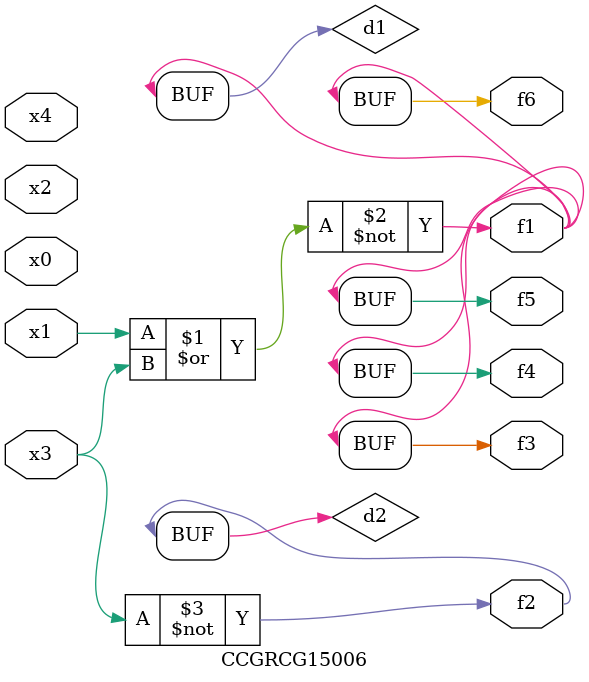
<source format=v>
module CCGRCG15006(
	input x0, x1, x2, x3, x4,
	output f1, f2, f3, f4, f5, f6
);

	wire d1, d2;

	nor (d1, x1, x3);
	not (d2, x3);
	assign f1 = d1;
	assign f2 = d2;
	assign f3 = d1;
	assign f4 = d1;
	assign f5 = d1;
	assign f6 = d1;
endmodule

</source>
